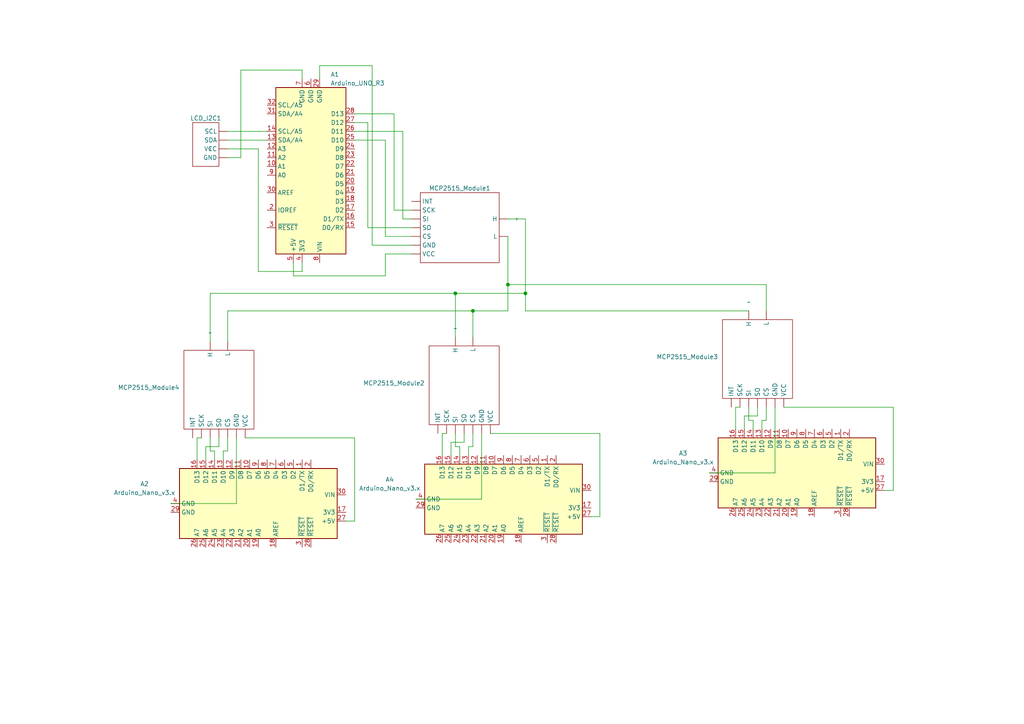
<source format=kicad_sch>
(kicad_sch (version 20230121) (generator eeschema)

  (uuid 47f460ff-5de8-4d8f-925a-72af6b9a6795)

  (paper "A4")

  (lib_symbols
    (symbol "BAJA:LCD_Screen" (in_bom yes) (on_board yes)
      (property "Reference" "LCD_I2C" (at 0 -2.54 0)
        (effects (font (size 1.27 1.27)))
      )
      (property "Value" "" (at 0 0 0)
        (effects (font (size 1.27 1.27)))
      )
      (property "Footprint" "" (at 0 0 0)
        (effects (font (size 1.27 1.27)) hide)
      )
      (property "Datasheet" "" (at 0 0 0)
        (effects (font (size 1.27 1.27)) hide)
      )
      (symbol "LCD_Screen_0_1"
        (rectangle (start -7.62 2.54) (end 5.08 -5.08)
          (stroke (width 0) (type default))
          (fill (type none))
        )
      )
      (symbol "LCD_Screen_1_1"
        (pin bidirectional line (at 2.54 5.08 270) (length 2.54)
          (name "GND" (effects (font (size 1.27 1.27))))
          (number "" (effects (font (size 1.27 1.27))))
        )
        (pin bidirectional line (at -5.08 5.08 270) (length 2.54)
          (name "SCL" (effects (font (size 1.27 1.27))))
          (number "" (effects (font (size 1.27 1.27))))
        )
        (pin bidirectional line (at -2.54 5.08 270) (length 2.54)
          (name "SDA" (effects (font (size 1.27 1.27))))
          (number "" (effects (font (size 1.27 1.27))))
        )
        (pin power_in line (at 0 5.08 270) (length 2.54)
          (name "VCC" (effects (font (size 1.27 1.27))))
          (number "" (effects (font (size 1.27 1.27))))
        )
      )
    )
    (symbol "MCP2515_Module_2" (in_bom yes) (on_board yes)
      (property "Reference" "MCP2515_Module" (at 0 -10.16 0)
        (effects (font (size 1.27 1.27)))
      )
      (property "Value" "" (at -2.54 7.62 0)
        (effects (font (size 1.27 1.27)))
      )
      (property "Footprint" "" (at -2.54 7.62 0)
        (effects (font (size 1.27 1.27)) hide)
      )
      (property "Datasheet" "" (at -2.54 7.62 0)
        (effects (font (size 1.27 1.27)) hide)
      )
      (symbol "MCP2515_Module_2_0_1"
        (rectangle (start -10.16 2.54) (end 10.16 -20.32)
          (stroke (width 0) (type default))
          (fill (type none))
        )
      )
      (symbol "MCP2515_Module_2_1_1"
        (pin bidirectional line (at 2.54 -22.86 90) (length 2.54)
          (name "CS" (effects (font (size 1.27 1.27))))
          (number "" (effects (font (size 1.27 1.27))))
        )
        (pin bidirectional line (at 5.08 -22.86 90) (length 2.54)
          (name "GND" (effects (font (size 1.27 1.27))))
          (number "" (effects (font (size 1.27 1.27))))
        )
        (pin bidirectional line (at -2.54 5.08 270) (length 2.54)
          (name "H" (effects (font (size 1.27 1.27))))
          (number "" (effects (font (size 1.27 1.27))))
        )
        (pin bidirectional line (at -7.62 -22.86 90) (length 2.54)
          (name "INT" (effects (font (size 1.27 1.27))))
          (number "" (effects (font (size 1.27 1.27))))
        )
        (pin bidirectional line (at 2.54 5.08 270) (length 2.54)
          (name "L" (effects (font (size 1.27 1.27))))
          (number "" (effects (font (size 1.27 1.27))))
        )
        (pin bidirectional line (at -5.08 -22.86 90) (length 2.54)
          (name "SCK" (effects (font (size 1.27 1.27))))
          (number "" (effects (font (size 1.27 1.27))))
        )
        (pin bidirectional line (at -2.54 -22.86 90) (length 2.54)
          (name "SI" (effects (font (size 1.27 1.27))))
          (number "" (effects (font (size 1.27 1.27))))
        )
        (pin bidirectional line (at 0 -22.86 90) (length 2.54)
          (name "SO" (effects (font (size 1.27 1.27))))
          (number "" (effects (font (size 1.27 1.27))))
        )
        (pin power_in line (at 7.62 -22.86 90) (length 2.54)
          (name "VCC" (effects (font (size 1.27 1.27))))
          (number "" (effects (font (size 1.27 1.27))))
        )
      )
    )
    (symbol "MCP2515_Module_3" (in_bom yes) (on_board yes)
      (property "Reference" "MCP2515_Module" (at 0 -10.16 0)
        (effects (font (size 1.27 1.27)))
      )
      (property "Value" "" (at -2.54 7.62 0)
        (effects (font (size 1.27 1.27)))
      )
      (property "Footprint" "" (at -2.54 7.62 0)
        (effects (font (size 1.27 1.27)) hide)
      )
      (property "Datasheet" "" (at -2.54 7.62 0)
        (effects (font (size 1.27 1.27)) hide)
      )
      (symbol "MCP2515_Module_3_0_1"
        (rectangle (start -10.16 2.54) (end 10.16 -20.32)
          (stroke (width 0) (type default))
          (fill (type none))
        )
      )
      (symbol "MCP2515_Module_3_1_1"
        (pin bidirectional line (at 2.54 -22.86 90) (length 2.54)
          (name "CS" (effects (font (size 1.27 1.27))))
          (number "" (effects (font (size 1.27 1.27))))
        )
        (pin bidirectional line (at 5.08 -22.86 90) (length 2.54)
          (name "GND" (effects (font (size 1.27 1.27))))
          (number "" (effects (font (size 1.27 1.27))))
        )
        (pin bidirectional line (at -2.54 5.08 270) (length 2.54)
          (name "H" (effects (font (size 1.27 1.27))))
          (number "" (effects (font (size 1.27 1.27))))
        )
        (pin bidirectional line (at -7.62 -22.86 90) (length 2.54)
          (name "INT" (effects (font (size 1.27 1.27))))
          (number "" (effects (font (size 1.27 1.27))))
        )
        (pin bidirectional line (at 2.54 5.08 270) (length 2.54)
          (name "L" (effects (font (size 1.27 1.27))))
          (number "" (effects (font (size 1.27 1.27))))
        )
        (pin bidirectional line (at -5.08 -22.86 90) (length 2.54)
          (name "SCK" (effects (font (size 1.27 1.27))))
          (number "" (effects (font (size 1.27 1.27))))
        )
        (pin bidirectional line (at -2.54 -22.86 90) (length 2.54)
          (name "SI" (effects (font (size 1.27 1.27))))
          (number "" (effects (font (size 1.27 1.27))))
        )
        (pin bidirectional line (at 0 -22.86 90) (length 2.54)
          (name "SO" (effects (font (size 1.27 1.27))))
          (number "" (effects (font (size 1.27 1.27))))
        )
        (pin power_in line (at 7.62 -22.86 90) (length 2.54)
          (name "VCC" (effects (font (size 1.27 1.27))))
          (number "" (effects (font (size 1.27 1.27))))
        )
      )
    )
    (symbol "MCU_Module:Arduino_Nano_v3.x" (in_bom yes) (on_board yes)
      (property "Reference" "A" (at -10.16 23.495 0)
        (effects (font (size 1.27 1.27)) (justify left bottom))
      )
      (property "Value" "Arduino_Nano_v3.x" (at 5.08 -24.13 0)
        (effects (font (size 1.27 1.27)) (justify left top))
      )
      (property "Footprint" "Module:Arduino_Nano" (at 0 0 0)
        (effects (font (size 1.27 1.27) italic) hide)
      )
      (property "Datasheet" "http://www.mouser.com/pdfdocs/Gravitech_Arduino_Nano3_0.pdf" (at 0 0 0)
        (effects (font (size 1.27 1.27)) hide)
      )
      (property "ki_keywords" "Arduino nano microcontroller module USB" (at 0 0 0)
        (effects (font (size 1.27 1.27)) hide)
      )
      (property "ki_description" "Arduino Nano v3.x" (at 0 0 0)
        (effects (font (size 1.27 1.27)) hide)
      )
      (property "ki_fp_filters" "Arduino*Nano*" (at 0 0 0)
        (effects (font (size 1.27 1.27)) hide)
      )
      (symbol "Arduino_Nano_v3.x_0_1"
        (rectangle (start -10.16 22.86) (end 10.16 -22.86)
          (stroke (width 0.254) (type default))
          (fill (type background))
        )
      )
      (symbol "Arduino_Nano_v3.x_1_1"
        (pin bidirectional line (at -12.7 12.7 0) (length 2.54)
          (name "D1/TX" (effects (font (size 1.27 1.27))))
          (number "1" (effects (font (size 1.27 1.27))))
        )
        (pin bidirectional line (at -12.7 -2.54 0) (length 2.54)
          (name "D7" (effects (font (size 1.27 1.27))))
          (number "10" (effects (font (size 1.27 1.27))))
        )
        (pin bidirectional line (at -12.7 -5.08 0) (length 2.54)
          (name "D8" (effects (font (size 1.27 1.27))))
          (number "11" (effects (font (size 1.27 1.27))))
        )
        (pin bidirectional line (at -12.7 -7.62 0) (length 2.54)
          (name "D9" (effects (font (size 1.27 1.27))))
          (number "12" (effects (font (size 1.27 1.27))))
        )
        (pin bidirectional line (at -12.7 -10.16 0) (length 2.54)
          (name "D10" (effects (font (size 1.27 1.27))))
          (number "13" (effects (font (size 1.27 1.27))))
        )
        (pin bidirectional line (at -12.7 -12.7 0) (length 2.54)
          (name "D11" (effects (font (size 1.27 1.27))))
          (number "14" (effects (font (size 1.27 1.27))))
        )
        (pin bidirectional line (at -12.7 -15.24 0) (length 2.54)
          (name "D12" (effects (font (size 1.27 1.27))))
          (number "15" (effects (font (size 1.27 1.27))))
        )
        (pin bidirectional line (at -12.7 -17.78 0) (length 2.54)
          (name "D13" (effects (font (size 1.27 1.27))))
          (number "16" (effects (font (size 1.27 1.27))))
        )
        (pin power_out line (at 2.54 25.4 270) (length 2.54)
          (name "3V3" (effects (font (size 1.27 1.27))))
          (number "17" (effects (font (size 1.27 1.27))))
        )
        (pin input line (at 12.7 5.08 180) (length 2.54)
          (name "AREF" (effects (font (size 1.27 1.27))))
          (number "18" (effects (font (size 1.27 1.27))))
        )
        (pin bidirectional line (at 12.7 0 180) (length 2.54)
          (name "A0" (effects (font (size 1.27 1.27))))
          (number "19" (effects (font (size 1.27 1.27))))
        )
        (pin bidirectional line (at -12.7 15.24 0) (length 2.54)
          (name "D0/RX" (effects (font (size 1.27 1.27))))
          (number "2" (effects (font (size 1.27 1.27))))
        )
        (pin bidirectional line (at 12.7 -2.54 180) (length 2.54)
          (name "A1" (effects (font (size 1.27 1.27))))
          (number "20" (effects (font (size 1.27 1.27))))
        )
        (pin bidirectional line (at 12.7 -5.08 180) (length 2.54)
          (name "A2" (effects (font (size 1.27 1.27))))
          (number "21" (effects (font (size 1.27 1.27))))
        )
        (pin bidirectional line (at 12.7 -7.62 180) (length 2.54)
          (name "A3" (effects (font (size 1.27 1.27))))
          (number "22" (effects (font (size 1.27 1.27))))
        )
        (pin bidirectional line (at 12.7 -10.16 180) (length 2.54)
          (name "A4" (effects (font (size 1.27 1.27))))
          (number "23" (effects (font (size 1.27 1.27))))
        )
        (pin bidirectional line (at 12.7 -12.7 180) (length 2.54)
          (name "A5" (effects (font (size 1.27 1.27))))
          (number "24" (effects (font (size 1.27 1.27))))
        )
        (pin bidirectional line (at 12.7 -15.24 180) (length 2.54)
          (name "A6" (effects (font (size 1.27 1.27))))
          (number "25" (effects (font (size 1.27 1.27))))
        )
        (pin bidirectional line (at 12.7 -17.78 180) (length 2.54)
          (name "A7" (effects (font (size 1.27 1.27))))
          (number "26" (effects (font (size 1.27 1.27))))
        )
        (pin power_out line (at 5.08 25.4 270) (length 2.54)
          (name "+5V" (effects (font (size 1.27 1.27))))
          (number "27" (effects (font (size 1.27 1.27))))
        )
        (pin input line (at 12.7 15.24 180) (length 2.54)
          (name "~{RESET}" (effects (font (size 1.27 1.27))))
          (number "28" (effects (font (size 1.27 1.27))))
        )
        (pin power_in line (at 2.54 -25.4 90) (length 2.54)
          (name "GND" (effects (font (size 1.27 1.27))))
          (number "29" (effects (font (size 1.27 1.27))))
        )
        (pin input line (at 12.7 12.7 180) (length 2.54)
          (name "~{RESET}" (effects (font (size 1.27 1.27))))
          (number "3" (effects (font (size 1.27 1.27))))
        )
        (pin power_in line (at -2.54 25.4 270) (length 2.54)
          (name "VIN" (effects (font (size 1.27 1.27))))
          (number "30" (effects (font (size 1.27 1.27))))
        )
        (pin power_in line (at 0 -25.4 90) (length 2.54)
          (name "GND" (effects (font (size 1.27 1.27))))
          (number "4" (effects (font (size 1.27 1.27))))
        )
        (pin bidirectional line (at -12.7 10.16 0) (length 2.54)
          (name "D2" (effects (font (size 1.27 1.27))))
          (number "5" (effects (font (size 1.27 1.27))))
        )
        (pin bidirectional line (at -12.7 7.62 0) (length 2.54)
          (name "D3" (effects (font (size 1.27 1.27))))
          (number "6" (effects (font (size 1.27 1.27))))
        )
        (pin bidirectional line (at -12.7 5.08 0) (length 2.54)
          (name "D4" (effects (font (size 1.27 1.27))))
          (number "7" (effects (font (size 1.27 1.27))))
        )
        (pin bidirectional line (at -12.7 2.54 0) (length 2.54)
          (name "D5" (effects (font (size 1.27 1.27))))
          (number "8" (effects (font (size 1.27 1.27))))
        )
        (pin bidirectional line (at -12.7 0 0) (length 2.54)
          (name "D6" (effects (font (size 1.27 1.27))))
          (number "9" (effects (font (size 1.27 1.27))))
        )
      )
    )
    (symbol "MCU_Module:Arduino_UNO_R3" (in_bom yes) (on_board yes)
      (property "Reference" "A" (at -10.16 23.495 0)
        (effects (font (size 1.27 1.27)) (justify left bottom))
      )
      (property "Value" "Arduino_UNO_R3" (at 5.08 -26.67 0)
        (effects (font (size 1.27 1.27)) (justify left top))
      )
      (property "Footprint" "Module:Arduino_UNO_R3" (at 0 0 0)
        (effects (font (size 1.27 1.27) italic) hide)
      )
      (property "Datasheet" "https://www.arduino.cc/en/Main/arduinoBoardUno" (at 0 0 0)
        (effects (font (size 1.27 1.27)) hide)
      )
      (property "ki_keywords" "Arduino UNO R3 Microcontroller Module Atmel AVR USB" (at 0 0 0)
        (effects (font (size 1.27 1.27)) hide)
      )
      (property "ki_description" "Arduino UNO Microcontroller Module, release 3" (at 0 0 0)
        (effects (font (size 1.27 1.27)) hide)
      )
      (property "ki_fp_filters" "Arduino*UNO*R3*" (at 0 0 0)
        (effects (font (size 1.27 1.27)) hide)
      )
      (symbol "Arduino_UNO_R3_0_1"
        (rectangle (start -10.16 22.86) (end 10.16 -25.4)
          (stroke (width 0.254) (type default))
          (fill (type background))
        )
      )
      (symbol "Arduino_UNO_R3_1_1"
        (pin no_connect line (at -10.16 -20.32 0) (length 2.54) hide
          (name "NC" (effects (font (size 1.27 1.27))))
          (number "1" (effects (font (size 1.27 1.27))))
        )
        (pin bidirectional line (at 12.7 -2.54 180) (length 2.54)
          (name "A1" (effects (font (size 1.27 1.27))))
          (number "10" (effects (font (size 1.27 1.27))))
        )
        (pin bidirectional line (at 12.7 -5.08 180) (length 2.54)
          (name "A2" (effects (font (size 1.27 1.27))))
          (number "11" (effects (font (size 1.27 1.27))))
        )
        (pin bidirectional line (at 12.7 -7.62 180) (length 2.54)
          (name "A3" (effects (font (size 1.27 1.27))))
          (number "12" (effects (font (size 1.27 1.27))))
        )
        (pin bidirectional line (at 12.7 -10.16 180) (length 2.54)
          (name "SDA/A4" (effects (font (size 1.27 1.27))))
          (number "13" (effects (font (size 1.27 1.27))))
        )
        (pin bidirectional line (at 12.7 -12.7 180) (length 2.54)
          (name "SCL/A5" (effects (font (size 1.27 1.27))))
          (number "14" (effects (font (size 1.27 1.27))))
        )
        (pin bidirectional line (at -12.7 15.24 0) (length 2.54)
          (name "D0/RX" (effects (font (size 1.27 1.27))))
          (number "15" (effects (font (size 1.27 1.27))))
        )
        (pin bidirectional line (at -12.7 12.7 0) (length 2.54)
          (name "D1/TX" (effects (font (size 1.27 1.27))))
          (number "16" (effects (font (size 1.27 1.27))))
        )
        (pin bidirectional line (at -12.7 10.16 0) (length 2.54)
          (name "D2" (effects (font (size 1.27 1.27))))
          (number "17" (effects (font (size 1.27 1.27))))
        )
        (pin bidirectional line (at -12.7 7.62 0) (length 2.54)
          (name "D3" (effects (font (size 1.27 1.27))))
          (number "18" (effects (font (size 1.27 1.27))))
        )
        (pin bidirectional line (at -12.7 5.08 0) (length 2.54)
          (name "D4" (effects (font (size 1.27 1.27))))
          (number "19" (effects (font (size 1.27 1.27))))
        )
        (pin output line (at 12.7 10.16 180) (length 2.54)
          (name "IOREF" (effects (font (size 1.27 1.27))))
          (number "2" (effects (font (size 1.27 1.27))))
        )
        (pin bidirectional line (at -12.7 2.54 0) (length 2.54)
          (name "D5" (effects (font (size 1.27 1.27))))
          (number "20" (effects (font (size 1.27 1.27))))
        )
        (pin bidirectional line (at -12.7 0 0) (length 2.54)
          (name "D6" (effects (font (size 1.27 1.27))))
          (number "21" (effects (font (size 1.27 1.27))))
        )
        (pin bidirectional line (at -12.7 -2.54 0) (length 2.54)
          (name "D7" (effects (font (size 1.27 1.27))))
          (number "22" (effects (font (size 1.27 1.27))))
        )
        (pin bidirectional line (at -12.7 -5.08 0) (length 2.54)
          (name "D8" (effects (font (size 1.27 1.27))))
          (number "23" (effects (font (size 1.27 1.27))))
        )
        (pin bidirectional line (at -12.7 -7.62 0) (length 2.54)
          (name "D9" (effects (font (size 1.27 1.27))))
          (number "24" (effects (font (size 1.27 1.27))))
        )
        (pin bidirectional line (at -12.7 -10.16 0) (length 2.54)
          (name "D10" (effects (font (size 1.27 1.27))))
          (number "25" (effects (font (size 1.27 1.27))))
        )
        (pin bidirectional line (at -12.7 -12.7 0) (length 2.54)
          (name "D11" (effects (font (size 1.27 1.27))))
          (number "26" (effects (font (size 1.27 1.27))))
        )
        (pin bidirectional line (at -12.7 -15.24 0) (length 2.54)
          (name "D12" (effects (font (size 1.27 1.27))))
          (number "27" (effects (font (size 1.27 1.27))))
        )
        (pin bidirectional line (at -12.7 -17.78 0) (length 2.54)
          (name "D13" (effects (font (size 1.27 1.27))))
          (number "28" (effects (font (size 1.27 1.27))))
        )
        (pin power_in line (at -2.54 -27.94 90) (length 2.54)
          (name "GND" (effects (font (size 1.27 1.27))))
          (number "29" (effects (font (size 1.27 1.27))))
        )
        (pin input line (at 12.7 15.24 180) (length 2.54)
          (name "~{RESET}" (effects (font (size 1.27 1.27))))
          (number "3" (effects (font (size 1.27 1.27))))
        )
        (pin input line (at 12.7 5.08 180) (length 2.54)
          (name "AREF" (effects (font (size 1.27 1.27))))
          (number "30" (effects (font (size 1.27 1.27))))
        )
        (pin bidirectional line (at 12.7 -17.78 180) (length 2.54)
          (name "SDA/A4" (effects (font (size 1.27 1.27))))
          (number "31" (effects (font (size 1.27 1.27))))
        )
        (pin bidirectional line (at 12.7 -20.32 180) (length 2.54)
          (name "SCL/A5" (effects (font (size 1.27 1.27))))
          (number "32" (effects (font (size 1.27 1.27))))
        )
        (pin power_out line (at 2.54 25.4 270) (length 2.54)
          (name "3V3" (effects (font (size 1.27 1.27))))
          (number "4" (effects (font (size 1.27 1.27))))
        )
        (pin power_out line (at 5.08 25.4 270) (length 2.54)
          (name "+5V" (effects (font (size 1.27 1.27))))
          (number "5" (effects (font (size 1.27 1.27))))
        )
        (pin power_in line (at 0 -27.94 90) (length 2.54)
          (name "GND" (effects (font (size 1.27 1.27))))
          (number "6" (effects (font (size 1.27 1.27))))
        )
        (pin power_in line (at 2.54 -27.94 90) (length 2.54)
          (name "GND" (effects (font (size 1.27 1.27))))
          (number "7" (effects (font (size 1.27 1.27))))
        )
        (pin power_in line (at -2.54 25.4 270) (length 2.54)
          (name "VIN" (effects (font (size 1.27 1.27))))
          (number "8" (effects (font (size 1.27 1.27))))
        )
        (pin bidirectional line (at 12.7 0 180) (length 2.54)
          (name "A0" (effects (font (size 1.27 1.27))))
          (number "9" (effects (font (size 1.27 1.27))))
        )
      )
    )
  )

  (junction (at 147.32 82.55) (diameter 0) (color 0 0 0 0)
    (uuid 19727c92-3a23-4a9f-88a8-28d07e888f75)
  )
  (junction (at 132.08 85.09) (diameter 0) (color 0 0 0 0)
    (uuid 9e3d759b-54d7-452f-9ce8-9a5d4ed3f56b)
  )
  (junction (at 137.16 90.17) (diameter 0) (color 0 0 0 0)
    (uuid bd1bb10a-d3c8-47b8-b738-e21039b404fb)
  )
  (junction (at 152.4 85.09) (diameter 0) (color 0 0 0 0)
    (uuid ee2401bd-84fb-4263-8811-3ef540196779)
  )

  (wire (pts (xy 102.87 127) (xy 71.12 127))
    (stroke (width 0) (type default))
    (uuid 00497825-3b51-47b6-ab61-3b450ee3a807)
  )
  (wire (pts (xy 59.69 129.54) (xy 63.5 129.54))
    (stroke (width 0) (type default))
    (uuid 00b3a626-c1b5-4cd5-929a-bf5db5405cab)
  )
  (wire (pts (xy 100.33 151.13) (xy 102.87 151.13))
    (stroke (width 0) (type default))
    (uuid 00d2710d-0552-467c-b8e7-db1a84ee9501)
  )
  (wire (pts (xy 114.3 33.02) (xy 102.87 33.02))
    (stroke (width 0) (type default))
    (uuid 016bccf1-b6ee-4f47-afed-fd4491c92cc5)
  )
  (wire (pts (xy 224.79 118.11) (xy 224.79 137.16))
    (stroke (width 0) (type default))
    (uuid 02f98835-6cee-4aca-b5e9-7ba04141de3b)
  )
  (wire (pts (xy 213.36 124.46) (xy 213.36 118.11))
    (stroke (width 0) (type default))
    (uuid 04224711-6d5b-44bc-8407-6739051d21ac)
  )
  (wire (pts (xy 152.4 85.09) (xy 152.4 63.5))
    (stroke (width 0) (type default))
    (uuid 06821049-739a-452f-aadf-8611f9e8abd4)
  )
  (wire (pts (xy 128.27 132.08) (xy 128.27 125.73))
    (stroke (width 0) (type default))
    (uuid 068b8485-bdef-4a94-963b-368501bd76b7)
  )
  (wire (pts (xy 147.32 82.55) (xy 222.25 82.55))
    (stroke (width 0) (type default))
    (uuid 06f0f77f-4e86-464b-96dd-8dae07007134)
  )
  (wire (pts (xy 152.4 90.17) (xy 152.4 85.09))
    (stroke (width 0) (type default))
    (uuid 0a140ff6-a7de-4e3a-95da-6efd046092d3)
  )
  (wire (pts (xy 69.85 20.32) (xy 87.63 20.32))
    (stroke (width 0) (type default))
    (uuid 0ab11213-1571-4be7-8eb5-ff5008a2d5e5)
  )
  (wire (pts (xy 135.89 129.54) (xy 137.16 129.54))
    (stroke (width 0) (type default))
    (uuid 10315990-34cd-4be0-a8d7-a8bd359511f6)
  )
  (wire (pts (xy 66.04 130.81) (xy 66.04 127))
    (stroke (width 0) (type default))
    (uuid 1317d0ac-f161-434e-8d6b-19a68b85db16)
  )
  (wire (pts (xy 102.87 151.13) (xy 102.87 127))
    (stroke (width 0) (type default))
    (uuid 147cf101-ee1b-494d-b513-6557a2ef6610)
  )
  (wire (pts (xy 102.87 40.64) (xy 111.76 40.64))
    (stroke (width 0) (type default))
    (uuid 14ce9960-2c9b-4240-99b7-806a3a15b0fb)
  )
  (wire (pts (xy 66.04 90.17) (xy 66.04 99.06))
    (stroke (width 0) (type default))
    (uuid 1d55b842-afb8-47cc-a464-5f297f85880f)
  )
  (wire (pts (xy 111.76 73.66) (xy 111.76 80.01))
    (stroke (width 0) (type default))
    (uuid 20d5fb52-3b64-4d8d-8d7a-e6ea1e58d635)
  )
  (wire (pts (xy 218.44 124.46) (xy 218.44 121.92))
    (stroke (width 0) (type default))
    (uuid 21111821-df83-4c65-a7f4-42dcb4cedf2f)
  )
  (wire (pts (xy 137.16 90.17) (xy 147.32 90.17))
    (stroke (width 0) (type default))
    (uuid 23296266-8c8c-4261-9e6f-cb12d536e767)
  )
  (wire (pts (xy 218.44 121.92) (xy 217.17 121.92))
    (stroke (width 0) (type default))
    (uuid 2454a7f4-dc32-44f3-b5c1-0f969a7db0d6)
  )
  (wire (pts (xy 133.35 132.08) (xy 133.35 129.54))
    (stroke (width 0) (type default))
    (uuid 2d0e41fd-d111-40f0-9fd5-e39bfba0c832)
  )
  (wire (pts (xy 222.25 121.92) (xy 222.25 118.11))
    (stroke (width 0) (type default))
    (uuid 2fb0159e-e910-4476-b781-ad17d492617e)
  )
  (wire (pts (xy 68.58 146.05) (xy 49.53 146.05))
    (stroke (width 0) (type default))
    (uuid 300eca85-2a18-456d-a0ca-b9bb4e310618)
  )
  (wire (pts (xy 119.38 66.04) (xy 106.68 66.04))
    (stroke (width 0) (type default))
    (uuid 30d93bbd-c69f-4989-8b09-83a9b46018ee)
  )
  (wire (pts (xy 62.23 130.81) (xy 60.96 130.81))
    (stroke (width 0) (type default))
    (uuid 34eefb99-b9da-45ba-a7fe-481801954238)
  )
  (wire (pts (xy 147.32 68.58) (xy 147.32 82.55))
    (stroke (width 0) (type default))
    (uuid 378fd758-1c12-4b84-8de2-3566fc90eefb)
  )
  (wire (pts (xy 107.95 71.12) (xy 107.95 19.05))
    (stroke (width 0) (type default))
    (uuid 3e57de41-b0cf-464d-a3be-76b181beda21)
  )
  (wire (pts (xy 147.32 90.17) (xy 147.32 82.55))
    (stroke (width 0) (type default))
    (uuid 3f848c08-4b18-42cc-83d1-771c77fe1922)
  )
  (wire (pts (xy 259.08 118.11) (xy 227.33 118.11))
    (stroke (width 0) (type default))
    (uuid 3fa5f5bd-71c4-4651-9ee7-1dacaa2dfe42)
  )
  (wire (pts (xy 217.17 121.92) (xy 217.17 118.11))
    (stroke (width 0) (type default))
    (uuid 411651ca-3893-4c8e-8be9-1a891960501b)
  )
  (wire (pts (xy 224.79 137.16) (xy 205.74 137.16))
    (stroke (width 0) (type default))
    (uuid 4237e93a-7b56-4b85-bbbe-2dc044cab7d6)
  )
  (wire (pts (xy 132.08 85.09) (xy 152.4 85.09))
    (stroke (width 0) (type default))
    (uuid 4343bee0-b862-41ce-b9f0-6a2b3db187fb)
  )
  (wire (pts (xy 66.04 40.64) (xy 77.47 40.64))
    (stroke (width 0) (type default))
    (uuid 49669f81-cc4f-4eca-b8f6-d64fb52625bc)
  )
  (wire (pts (xy 137.16 97.79) (xy 137.16 90.17))
    (stroke (width 0) (type default))
    (uuid 4cda2966-0634-4829-9fe3-789cce95624b)
  )
  (wire (pts (xy 64.77 133.35) (xy 64.77 130.81))
    (stroke (width 0) (type default))
    (uuid 5306b1cb-22e4-4656-88cc-08a6081a2d7d)
  )
  (wire (pts (xy 60.96 85.09) (xy 132.08 85.09))
    (stroke (width 0) (type default))
    (uuid 54329d73-8a5f-40d3-b87d-6b2ef65c5903)
  )
  (wire (pts (xy 74.93 78.74) (xy 87.63 78.74))
    (stroke (width 0) (type default))
    (uuid 552c5a63-374e-41ad-9e28-82a2251d9139)
  )
  (wire (pts (xy 60.96 99.06) (xy 60.96 85.09))
    (stroke (width 0) (type default))
    (uuid 59880b6c-c1e8-4f08-bd55-2a40cdb289c3)
  )
  (wire (pts (xy 87.63 20.32) (xy 87.63 22.86))
    (stroke (width 0) (type default))
    (uuid 5a90062b-1309-4b75-9490-2a909584a111)
  )
  (wire (pts (xy 106.68 66.04) (xy 106.68 35.56))
    (stroke (width 0) (type default))
    (uuid 5f1c0b3c-bfd3-4161-9509-7e33e8b2ebaf)
  )
  (wire (pts (xy 92.71 19.05) (xy 92.71 22.86))
    (stroke (width 0) (type default))
    (uuid 5f798724-60b8-4eee-b6d5-c68568f5a673)
  )
  (wire (pts (xy 119.38 60.96) (xy 114.3 60.96))
    (stroke (width 0) (type default))
    (uuid 5fcf1534-c5cd-4acf-8ea2-f38e679f1622)
  )
  (wire (pts (xy 69.85 45.72) (xy 69.85 20.32))
    (stroke (width 0) (type default))
    (uuid 613a9769-4e90-412f-822b-1e4719481e11)
  )
  (wire (pts (xy 64.77 130.81) (xy 66.04 130.81))
    (stroke (width 0) (type default))
    (uuid 623d6241-c144-4638-ba66-be570e6e84ae)
  )
  (wire (pts (xy 87.63 78.74) (xy 87.63 76.2))
    (stroke (width 0) (type default))
    (uuid 62e507d6-e599-4e0c-8ed4-785e9ff56031)
  )
  (wire (pts (xy 111.76 80.01) (xy 85.09 80.01))
    (stroke (width 0) (type default))
    (uuid 63db7945-cf94-4df1-adfc-12a6de135726)
  )
  (wire (pts (xy 116.84 38.1) (xy 116.84 63.5))
    (stroke (width 0) (type default))
    (uuid 6c171401-ea26-4705-a9b0-24c57bd46741)
  )
  (wire (pts (xy 128.27 125.73) (xy 129.54 125.73))
    (stroke (width 0) (type default))
    (uuid 7190b7e4-24a7-4e58-98b6-122c4ab5d59d)
  )
  (wire (pts (xy 102.87 38.1) (xy 116.84 38.1))
    (stroke (width 0) (type default))
    (uuid 72af51f5-3ae4-4073-9833-b571931a62e3)
  )
  (wire (pts (xy 63.5 129.54) (xy 63.5 127))
    (stroke (width 0) (type default))
    (uuid 788aaadf-6eda-43ab-8c4e-c0705231ec68)
  )
  (wire (pts (xy 173.99 125.73) (xy 142.24 125.73))
    (stroke (width 0) (type default))
    (uuid 7c350cde-6301-42a8-9d0e-158160044862)
  )
  (wire (pts (xy 220.98 124.46) (xy 220.98 121.92))
    (stroke (width 0) (type default))
    (uuid 7d053d0d-550b-4a1d-aa66-edbed60eec26)
  )
  (wire (pts (xy 107.95 19.05) (xy 92.71 19.05))
    (stroke (width 0) (type default))
    (uuid 7e43c14b-e754-4882-a07d-320d1ab2bd4e)
  )
  (wire (pts (xy 60.96 130.81) (xy 60.96 127))
    (stroke (width 0) (type default))
    (uuid 7e8df847-a8b5-4246-adfa-2a00d016608a)
  )
  (wire (pts (xy 106.68 35.56) (xy 102.87 35.56))
    (stroke (width 0) (type default))
    (uuid 7fc6495d-5411-465e-ac29-eab77b275657)
  )
  (wire (pts (xy 133.35 129.54) (xy 132.08 129.54))
    (stroke (width 0) (type default))
    (uuid 840fec28-d1db-4435-878c-ce611febe38d)
  )
  (wire (pts (xy 62.23 133.35) (xy 62.23 130.81))
    (stroke (width 0) (type default))
    (uuid 84448e03-b558-4c59-84b2-f8995e42a393)
  )
  (wire (pts (xy 139.7 144.78) (xy 120.65 144.78))
    (stroke (width 0) (type default))
    (uuid 8c79802c-fb32-4a4d-8e90-25f93bdd1dba)
  )
  (wire (pts (xy 137.16 90.17) (xy 66.04 90.17))
    (stroke (width 0) (type default))
    (uuid 8db0e592-1db3-4527-b9ed-35de80b906e8)
  )
  (wire (pts (xy 132.08 97.79) (xy 132.08 85.09))
    (stroke (width 0) (type default))
    (uuid 8f4e4e61-95a1-4b42-a684-e18810b299dd)
  )
  (wire (pts (xy 66.04 43.18) (xy 74.93 43.18))
    (stroke (width 0) (type default))
    (uuid 96c93c5b-5583-4e27-b003-3173d6f3667b)
  )
  (wire (pts (xy 132.08 129.54) (xy 132.08 125.73))
    (stroke (width 0) (type default))
    (uuid 9abe9112-9a4a-469b-8cc4-26a61ade0ffc)
  )
  (wire (pts (xy 215.9 120.65) (xy 219.71 120.65))
    (stroke (width 0) (type default))
    (uuid 9cb72ca1-a510-46bf-bc75-83b8bc96cb5b)
  )
  (wire (pts (xy 130.81 132.08) (xy 130.81 128.27))
    (stroke (width 0) (type default))
    (uuid 9e4f493e-dbe6-441a-a753-b7cb7f8caa83)
  )
  (wire (pts (xy 119.38 73.66) (xy 111.76 73.66))
    (stroke (width 0) (type default))
    (uuid 9eb49f6c-ec78-4601-afba-16b1e6da9cbb)
  )
  (wire (pts (xy 68.58 127) (xy 68.58 146.05))
    (stroke (width 0) (type default))
    (uuid 9f2d3704-bff0-4b46-ad38-86fb7c7ba27e)
  )
  (wire (pts (xy 139.7 125.73) (xy 139.7 144.78))
    (stroke (width 0) (type default))
    (uuid 9fa3f6b9-618d-496a-8ff9-ea2fbc10496c)
  )
  (wire (pts (xy 135.89 132.08) (xy 135.89 129.54))
    (stroke (width 0) (type default))
    (uuid a7bb3486-f2f7-4704-a720-8b10a2ce8e2d)
  )
  (wire (pts (xy 66.04 45.72) (xy 69.85 45.72))
    (stroke (width 0) (type default))
    (uuid a92134e3-f35f-44c3-bab5-eb12e217993c)
  )
  (wire (pts (xy 111.76 68.58) (xy 119.38 68.58))
    (stroke (width 0) (type default))
    (uuid ad857d78-8f89-4e8e-b1b7-5c73791a62b7)
  )
  (wire (pts (xy 59.69 133.35) (xy 59.69 129.54))
    (stroke (width 0) (type default))
    (uuid b371c86a-e68a-47ce-b1fb-9dff9dd2e3fe)
  )
  (wire (pts (xy 66.04 38.1) (xy 77.47 38.1))
    (stroke (width 0) (type default))
    (uuid b3d97c51-d234-471d-a234-4e82f7d7d344)
  )
  (wire (pts (xy 74.93 43.18) (xy 74.93 78.74))
    (stroke (width 0) (type default))
    (uuid bf9b0121-3cfa-43d4-8874-8e0ab6b9a1b2)
  )
  (wire (pts (xy 85.09 80.01) (xy 85.09 76.2))
    (stroke (width 0) (type default))
    (uuid c58c71bc-947f-4595-961a-29f16161cbad)
  )
  (wire (pts (xy 130.81 128.27) (xy 134.62 128.27))
    (stroke (width 0) (type default))
    (uuid c9b9c285-03cc-4596-9dd3-604ea6195041)
  )
  (wire (pts (xy 220.98 121.92) (xy 222.25 121.92))
    (stroke (width 0) (type default))
    (uuid ccdf68ac-cbfb-44ef-8a4e-b0da081b7c01)
  )
  (wire (pts (xy 114.3 60.96) (xy 114.3 33.02))
    (stroke (width 0) (type default))
    (uuid d0739632-4860-4834-a25d-dc5ecf6417a5)
  )
  (wire (pts (xy 217.17 90.17) (xy 152.4 90.17))
    (stroke (width 0) (type default))
    (uuid d632365e-618c-46c3-b569-444d7aea1863)
  )
  (wire (pts (xy 256.54 142.24) (xy 259.08 142.24))
    (stroke (width 0) (type default))
    (uuid de88fccd-b93b-4387-993d-7b5eb1f3245c)
  )
  (wire (pts (xy 173.99 149.86) (xy 173.99 125.73))
    (stroke (width 0) (type default))
    (uuid e00ffee9-8c6b-4e7f-aa51-14bda18456c8)
  )
  (wire (pts (xy 171.45 149.86) (xy 173.99 149.86))
    (stroke (width 0) (type default))
    (uuid e055814f-0048-4076-918c-67256aeb9f52)
  )
  (wire (pts (xy 57.15 127) (xy 58.42 127))
    (stroke (width 0) (type default))
    (uuid e0f86bba-65b9-48d3-ae20-de7f32a8c569)
  )
  (wire (pts (xy 222.25 90.17) (xy 222.25 82.55))
    (stroke (width 0) (type default))
    (uuid e5073c8c-15fc-4187-b60d-acb02ba93f31)
  )
  (wire (pts (xy 111.76 40.64) (xy 111.76 68.58))
    (stroke (width 0) (type default))
    (uuid e7770b2e-3fec-4875-b329-b5d1c387632f)
  )
  (wire (pts (xy 134.62 128.27) (xy 134.62 125.73))
    (stroke (width 0) (type default))
    (uuid f05775dd-99df-416e-a4b6-74d66f20871a)
  )
  (wire (pts (xy 215.9 124.46) (xy 215.9 120.65))
    (stroke (width 0) (type default))
    (uuid f525ad91-ed4e-414a-b450-5b0b79872df3)
  )
  (wire (pts (xy 137.16 129.54) (xy 137.16 125.73))
    (stroke (width 0) (type default))
    (uuid f5af4006-ebd8-442d-a0d6-8aad22b50db6)
  )
  (wire (pts (xy 213.36 118.11) (xy 214.63 118.11))
    (stroke (width 0) (type default))
    (uuid f9b69a09-6754-4bc1-91ce-cbe2258a9a8d)
  )
  (wire (pts (xy 259.08 142.24) (xy 259.08 118.11))
    (stroke (width 0) (type default))
    (uuid facb1fa7-62a0-4194-bdc3-6adc27b8b2f0)
  )
  (wire (pts (xy 119.38 71.12) (xy 107.95 71.12))
    (stroke (width 0) (type default))
    (uuid fc027fef-9587-45e6-9314-2103a0d6c6c4)
  )
  (wire (pts (xy 57.15 133.35) (xy 57.15 127))
    (stroke (width 0) (type default))
    (uuid fc7b46a6-6f2e-494f-bcd0-1ad05d2ad344)
  )
  (wire (pts (xy 116.84 63.5) (xy 119.38 63.5))
    (stroke (width 0) (type default))
    (uuid fe9fbc08-14a7-43f0-ada4-65328d5c5dd0)
  )
  (wire (pts (xy 219.71 120.65) (xy 219.71 118.11))
    (stroke (width 0) (type default))
    (uuid fff1ddc3-704b-402a-9184-0b56c7a39a01)
  )
  (wire (pts (xy 152.4 63.5) (xy 147.32 63.5))
    (stroke (width 0) (type default))
    (uuid fffbb82a-b2ed-40b7-acba-169335524038)
  )

  (symbol (lib_name "MCP2515_Module_3") (lib_id "BAJA:MCP2515_Module") (at 134.62 102.87 0) (unit 1)
    (in_bom yes) (on_board yes) (dnp no) (fields_autoplaced)
    (uuid 0159be13-497d-4d20-84b9-9839b4dc356d)
    (property "Reference" "MCP2515_Module2" (at 123.19 111.125 0)
      (effects (font (size 1.27 1.27)) (justify right))
    )
    (property "Value" "~" (at 132.08 95.25 0)
      (effects (font (size 1.27 1.27)))
    )
    (property "Footprint" "" (at 132.08 95.25 0)
      (effects (font (size 1.27 1.27)) hide)
    )
    (property "Datasheet" "" (at 132.08 95.25 0)
      (effects (font (size 1.27 1.27)) hide)
    )
    (pin "" (uuid 63e43b1d-f14d-4f0a-9315-a2c76b98ccc1))
    (pin "" (uuid 63e43b1d-f14d-4f0a-9315-a2c76b98ccc1))
    (pin "" (uuid 63e43b1d-f14d-4f0a-9315-a2c76b98ccc1))
    (pin "" (uuid 63e43b1d-f14d-4f0a-9315-a2c76b98ccc1))
    (pin "" (uuid 63e43b1d-f14d-4f0a-9315-a2c76b98ccc1))
    (pin "" (uuid 63e43b1d-f14d-4f0a-9315-a2c76b98ccc1))
    (pin "" (uuid 63e43b1d-f14d-4f0a-9315-a2c76b98ccc1))
    (pin "" (uuid 63e43b1d-f14d-4f0a-9315-a2c76b98ccc1))
    (pin "" (uuid 63e43b1d-f14d-4f0a-9315-a2c76b98ccc1))
    (instances
      (project "BAJA"
        (path "/47f460ff-5de8-4d8f-925a-72af6b9a6795"
          (reference "MCP2515_Module2") (unit 1)
        )
      )
    )
  )

  (symbol (lib_id "MCU_Module:Arduino_Nano_v3.x") (at 146.05 144.78 270) (unit 1)
    (in_bom yes) (on_board yes) (dnp no) (fields_autoplaced)
    (uuid 09dc4a1e-8ab6-4f92-925c-ccde60e2f1df)
    (property "Reference" "A4" (at 113.03 139.0903 90)
      (effects (font (size 1.27 1.27)))
    )
    (property "Value" "Arduino_Nano_v3.x" (at 113.03 141.6303 90)
      (effects (font (size 1.27 1.27)))
    )
    (property "Footprint" "Module:Arduino_Nano" (at 146.05 144.78 0)
      (effects (font (size 1.27 1.27) italic) hide)
    )
    (property "Datasheet" "http://www.mouser.com/pdfdocs/Gravitech_Arduino_Nano3_0.pdf" (at 146.05 144.78 0)
      (effects (font (size 1.27 1.27)) hide)
    )
    (pin "1" (uuid 78a99a4a-f04b-4c8f-937c-d20fca70088b))
    (pin "10" (uuid d2d67707-7f2f-4158-8094-12c8c73c89c7))
    (pin "11" (uuid 9dfb46f3-b574-43f2-bc6a-a03e3d068879))
    (pin "12" (uuid 8c11faff-aa4f-4aad-a6fd-1f00c424b711))
    (pin "13" (uuid 373ec67a-f46d-418d-8a51-85a3d17d6fee))
    (pin "14" (uuid 56eac5d0-cd14-4c06-80b3-45611c5cc8f9))
    (pin "15" (uuid cb97af2b-c2ef-42b5-a883-63b8e6d50260))
    (pin "16" (uuid c3c21981-ab7c-474a-9dff-8ce022f73ead))
    (pin "17" (uuid c616e01f-ae69-4132-96c7-808afa681c23))
    (pin "18" (uuid 29efad2b-bbeb-459c-a124-a3eb1a606552))
    (pin "19" (uuid e6493c0e-8dcf-4827-a8dc-ff7ca82e87e7))
    (pin "2" (uuid 11597025-45d7-4e37-8a49-bdeaa617e3c3))
    (pin "20" (uuid 0878a90a-ef5f-4668-8fd1-6cf8ac531d67))
    (pin "21" (uuid 68b6b6c0-ca65-4ea0-8fac-3654a9998e86))
    (pin "22" (uuid a6c08ce2-0472-4a40-a7cb-4c271b8fbb81))
    (pin "23" (uuid 2dcd94b1-2a2f-44f0-b943-2f122af28339))
    (pin "24" (uuid 059f2be4-28ef-4002-bdd1-ddc16927d493))
    (pin "25" (uuid 2948da5d-c3aa-45bb-a7d3-88564ea20559))
    (pin "26" (uuid 25fda65a-1061-4d95-bc8b-12f4b7c4f416))
    (pin "27" (uuid b71f19b4-a2ea-4ce9-8b71-d6b524a9ef60))
    (pin "28" (uuid 6d94a919-5264-4d28-b609-856608ac5c9e))
    (pin "29" (uuid 27a0d850-a27b-462a-94f2-fee6edb1a3f9))
    (pin "3" (uuid c0001efa-3054-4f78-b904-bb889a3168c3))
    (pin "30" (uuid 3eb0dd62-9d6e-4c8a-a77d-237a01e185cd))
    (pin "4" (uuid 02d41f57-7a44-4f91-97b7-3d1fede42659))
    (pin "5" (uuid fc94fe10-4f2f-43f2-85d2-8d8db627bdd4))
    (pin "6" (uuid 27bfa794-c7ef-4988-b7a1-b85338a4088f))
    (pin "7" (uuid ba6a2616-497e-4fdb-b100-7f5820d79505))
    (pin "8" (uuid ba750902-aa6d-458d-b4a8-fc1561e6b59a))
    (pin "9" (uuid b3bc5aed-3940-48cc-9a80-a21c6b67596d))
    (instances
      (project "BAJA"
        (path "/47f460ff-5de8-4d8f-925a-72af6b9a6795"
          (reference "A4") (unit 1)
        )
      )
    )
  )

  (symbol (lib_name "MCP2515_Module_3") (lib_id "BAJA:MCP2515_Module") (at 63.5 104.14 0) (unit 1)
    (in_bom yes) (on_board yes) (dnp no) (fields_autoplaced)
    (uuid 143ea839-076f-4666-b80b-6b2620d88d89)
    (property "Reference" "MCP2515_Module4" (at 52.07 112.395 0)
      (effects (font (size 1.27 1.27)) (justify right))
    )
    (property "Value" "~" (at 60.96 96.52 0)
      (effects (font (size 1.27 1.27)))
    )
    (property "Footprint" "" (at 60.96 96.52 0)
      (effects (font (size 1.27 1.27)) hide)
    )
    (property "Datasheet" "" (at 60.96 96.52 0)
      (effects (font (size 1.27 1.27)) hide)
    )
    (pin "" (uuid 14f7ad3f-80d2-4698-aa78-08514714ad30))
    (pin "" (uuid 14f7ad3f-80d2-4698-aa78-08514714ad30))
    (pin "" (uuid 14f7ad3f-80d2-4698-aa78-08514714ad30))
    (pin "" (uuid 14f7ad3f-80d2-4698-aa78-08514714ad30))
    (pin "" (uuid 14f7ad3f-80d2-4698-aa78-08514714ad30))
    (pin "" (uuid 14f7ad3f-80d2-4698-aa78-08514714ad30))
    (pin "" (uuid 14f7ad3f-80d2-4698-aa78-08514714ad30))
    (pin "" (uuid 14f7ad3f-80d2-4698-aa78-08514714ad30))
    (pin "" (uuid 14f7ad3f-80d2-4698-aa78-08514714ad30))
    (instances
      (project "BAJA"
        (path "/47f460ff-5de8-4d8f-925a-72af6b9a6795"
          (reference "MCP2515_Module4") (unit 1)
        )
      )
    )
  )

  (symbol (lib_name "MCP2515_Module_3") (lib_id "BAJA:MCP2515_Module") (at 219.71 95.25 0) (unit 1)
    (in_bom yes) (on_board yes) (dnp no) (fields_autoplaced)
    (uuid 3491189c-7641-4011-8298-1ccc55c4406d)
    (property "Reference" "MCP2515_Module3" (at 208.28 103.505 0)
      (effects (font (size 1.27 1.27)) (justify right))
    )
    (property "Value" "~" (at 217.17 87.63 0)
      (effects (font (size 1.27 1.27)))
    )
    (property "Footprint" "" (at 217.17 87.63 0)
      (effects (font (size 1.27 1.27)) hide)
    )
    (property "Datasheet" "" (at 217.17 87.63 0)
      (effects (font (size 1.27 1.27)) hide)
    )
    (pin "" (uuid 6e860291-74ce-4061-aa0c-f6a44b32adad))
    (pin "" (uuid 6e860291-74ce-4061-aa0c-f6a44b32adad))
    (pin "" (uuid 6e860291-74ce-4061-aa0c-f6a44b32adad))
    (pin "" (uuid 6e860291-74ce-4061-aa0c-f6a44b32adad))
    (pin "" (uuid 6e860291-74ce-4061-aa0c-f6a44b32adad))
    (pin "" (uuid 6e860291-74ce-4061-aa0c-f6a44b32adad))
    (pin "" (uuid 6e860291-74ce-4061-aa0c-f6a44b32adad))
    (pin "" (uuid 6e860291-74ce-4061-aa0c-f6a44b32adad))
    (pin "" (uuid 6e860291-74ce-4061-aa0c-f6a44b32adad))
    (instances
      (project "BAJA"
        (path "/47f460ff-5de8-4d8f-925a-72af6b9a6795"
          (reference "MCP2515_Module3") (unit 1)
        )
      )
    )
  )

  (symbol (lib_id "MCU_Module:Arduino_UNO_R3") (at 90.17 50.8 180) (unit 1)
    (in_bom yes) (on_board yes) (dnp no) (fields_autoplaced)
    (uuid 7d06f0ed-bdae-4bad-8d7b-86b4779eff4d)
    (property "Reference" "A1" (at 95.8597 21.59 0)
      (effects (font (size 1.27 1.27)) (justify right))
    )
    (property "Value" "Arduino_UNO_R3" (at 95.8597 24.13 0)
      (effects (font (size 1.27 1.27)) (justify right))
    )
    (property "Footprint" "Module:Arduino_UNO_R3" (at 90.17 50.8 0)
      (effects (font (size 1.27 1.27) italic) hide)
    )
    (property "Datasheet" "https://www.arduino.cc/en/Main/arduinoBoardUno" (at 90.17 50.8 0)
      (effects (font (size 1.27 1.27)) hide)
    )
    (pin "1" (uuid 3a3f677c-60fd-49dc-9a04-e80830855f70))
    (pin "10" (uuid eaaed8aa-8ac0-4182-95d5-4431cf0cc136))
    (pin "11" (uuid dab882d3-3f40-4274-b778-c14dff716626))
    (pin "12" (uuid bc80f5d6-3a1e-4049-95c7-2730cc36680b))
    (pin "13" (uuid 33eafd57-65d9-4bd7-acf3-584c00fdf528))
    (pin "14" (uuid d4590992-2d29-4123-9f05-f05545dbc507))
    (pin "15" (uuid 5d96a321-6e8d-48b9-837a-3a6ededcd3d2))
    (pin "16" (uuid 9eb1b864-c22a-4953-a084-0204d6253192))
    (pin "17" (uuid 85315002-c1fc-4342-8bc4-f44dfcf3badc))
    (pin "18" (uuid 5b18449f-54b4-4103-8d0c-ee000951cef1))
    (pin "19" (uuid a774b6e5-6109-4463-98c7-572d413a6e1e))
    (pin "2" (uuid 141d3907-539f-4e0f-8069-62fc79a0a491))
    (pin "20" (uuid 0db0ec74-3828-43e5-ab12-e19791f2f741))
    (pin "21" (uuid 7fcb926c-a5be-43f8-850d-cbe0fbbc4067))
    (pin "22" (uuid ffac3c60-ee69-4b0b-9ab6-8fc406125b98))
    (pin "23" (uuid b1d390c7-ad0e-4744-80b8-5e18e8f60363))
    (pin "24" (uuid 5d8d1125-4193-4b90-a4f3-11df48fc356d))
    (pin "25" (uuid 6adf266d-f3d6-4252-85f8-b3066da4e401))
    (pin "26" (uuid 166a9083-608b-4042-ad25-dab1116bef26))
    (pin "27" (uuid e146536f-24fc-4d6b-a580-91a83b91b19a))
    (pin "28" (uuid 16ce6eea-d294-444e-9e74-6ffc1f8824b9))
    (pin "29" (uuid 698ff899-cef4-4b96-a373-7292f2c99e63))
    (pin "3" (uuid 11595c77-2536-4fa2-96f8-ae6b803eff25))
    (pin "30" (uuid 9daf2909-ee33-4595-95ae-b5b004f6e874))
    (pin "31" (uuid 9999dc1a-9cf4-4f42-b98c-282bcd8f73d9))
    (pin "32" (uuid a99c678c-bb08-493e-ad7e-09e44d634102))
    (pin "4" (uuid 4d5f4513-63ee-432a-be7b-192a99ee0d78))
    (pin "5" (uuid 2914ab0f-0ae5-4e3a-b43f-705cb680e9ab))
    (pin "6" (uuid 3a3bdca3-98b3-40f4-b8de-5e33a10e3401))
    (pin "7" (uuid 2631f1db-2822-4a99-94b3-fcb7e0a2788d))
    (pin "8" (uuid fa012c34-cea9-43c5-aae1-1cb5363ad38c))
    (pin "9" (uuid 3a9ad744-1415-4420-a217-bd56a06e5775))
    (instances
      (project "BAJA"
        (path "/47f460ff-5de8-4d8f-925a-72af6b9a6795"
          (reference "A1") (unit 1)
        )
      )
    )
  )

  (symbol (lib_id "MCU_Module:Arduino_Nano_v3.x") (at 231.14 137.16 270) (unit 1)
    (in_bom yes) (on_board yes) (dnp no) (fields_autoplaced)
    (uuid 90c9400a-d3d4-4593-930f-cb29e0832c28)
    (property "Reference" "A3" (at 198.12 131.4703 90)
      (effects (font (size 1.27 1.27)))
    )
    (property "Value" "Arduino_Nano_v3.x" (at 198.12 134.0103 90)
      (effects (font (size 1.27 1.27)))
    )
    (property "Footprint" "Module:Arduino_Nano" (at 231.14 137.16 0)
      (effects (font (size 1.27 1.27) italic) hide)
    )
    (property "Datasheet" "http://www.mouser.com/pdfdocs/Gravitech_Arduino_Nano3_0.pdf" (at 231.14 137.16 0)
      (effects (font (size 1.27 1.27)) hide)
    )
    (pin "1" (uuid 019978ed-cbcd-47b3-9e76-442269507a97))
    (pin "10" (uuid 4138db68-f090-465a-b9a3-8d2b64f811f2))
    (pin "11" (uuid eff8dd1c-6056-4533-912a-8986cae8e462))
    (pin "12" (uuid 8a03b0a6-4f1d-4dd1-acbf-2f7aa2ef4e6a))
    (pin "13" (uuid 32cadef3-4f85-4e59-8d78-e29c689053f0))
    (pin "14" (uuid 554c12a5-866d-4212-8be4-caf7f86ff186))
    (pin "15" (uuid c3b979a8-a137-40af-b821-a7b50f262039))
    (pin "16" (uuid 7bb6dcaf-265b-4609-90b6-7b16f33b7fae))
    (pin "17" (uuid 3904920e-e096-470a-b8b2-8df43c1f18bc))
    (pin "18" (uuid 6579d189-3ff6-476e-8d35-948493b56c8c))
    (pin "19" (uuid 9b3f8d86-69fd-4cbd-990d-0874e714fb2a))
    (pin "2" (uuid 235a6573-4519-423a-81cf-545fbe838e94))
    (pin "20" (uuid 8b31d28b-ad92-4849-9a6c-a995dd2f6a86))
    (pin "21" (uuid a109b211-9ac4-4929-bde3-2c253a5dfaaf))
    (pin "22" (uuid 0b8d1dc0-67b7-440f-961a-0f7632cd452d))
    (pin "23" (uuid 90286f19-e0f1-4725-a3b7-93289653d3bd))
    (pin "24" (uuid 0aef5eb5-3577-484d-bfdb-ef0a20369bcc))
    (pin "25" (uuid 505bdd24-2fba-4e05-8362-9cb97a8c6cc1))
    (pin "26" (uuid e49cad9d-b351-4458-992b-f294ca546dca))
    (pin "27" (uuid 84815217-b1c7-472e-be7c-945f16b94367))
    (pin "28" (uuid 5e10d58c-c245-4860-8fb5-2e4c92f9d3c5))
    (pin "29" (uuid 66d03e39-df43-4f5b-bbff-4d8ef67daed6))
    (pin "3" (uuid 52e9a954-c8d5-4be0-9c04-d99f0e036ca6))
    (pin "30" (uuid c8a72829-b5fa-4eba-8752-9463d69c925e))
    (pin "4" (uuid 13281980-38db-4545-b5a8-beded56a256c))
    (pin "5" (uuid a22ed2b4-e69e-418e-abba-21b7a6ab80c0))
    (pin "6" (uuid 90005158-8b6c-4b17-8f8d-c1147d3c7beb))
    (pin "7" (uuid d8b1f478-e411-4ac4-9355-e76176cc65ee))
    (pin "8" (uuid 901cf17e-04d2-41f7-8d16-aeeac1af5174))
    (pin "9" (uuid 242f0efd-170a-4fd3-903b-87a90d4b7e60))
    (instances
      (project "BAJA"
        (path "/47f460ff-5de8-4d8f-925a-72af6b9a6795"
          (reference "A3") (unit 1)
        )
      )
    )
  )

  (symbol (lib_name "MCP2515_Module_2") (lib_id "BAJA:MCP2515_Module") (at 142.24 66.04 270) (unit 1)
    (in_bom yes) (on_board yes) (dnp no) (fields_autoplaced)
    (uuid 9f656dc7-ac83-4ee2-87d0-eb3874b620fd)
    (property "Reference" "MCP2515_Module1" (at 133.35 54.61 90)
      (effects (font (size 1.27 1.27)))
    )
    (property "Value" "~" (at 149.86 63.5 0)
      (effects (font (size 1.27 1.27)))
    )
    (property "Footprint" "" (at 149.86 63.5 0)
      (effects (font (size 1.27 1.27)) hide)
    )
    (property "Datasheet" "" (at 149.86 63.5 0)
      (effects (font (size 1.27 1.27)) hide)
    )
    (pin "" (uuid 89e7a8bf-3c9c-4258-8518-e905b612c9e0))
    (pin "" (uuid 89e7a8bf-3c9c-4258-8518-e905b612c9e0))
    (pin "" (uuid 89e7a8bf-3c9c-4258-8518-e905b612c9e0))
    (pin "" (uuid 89e7a8bf-3c9c-4258-8518-e905b612c9e0))
    (pin "" (uuid 89e7a8bf-3c9c-4258-8518-e905b612c9e0))
    (pin "" (uuid 89e7a8bf-3c9c-4258-8518-e905b612c9e0))
    (pin "" (uuid 89e7a8bf-3c9c-4258-8518-e905b612c9e0))
    (pin "" (uuid 89e7a8bf-3c9c-4258-8518-e905b612c9e0))
    (pin "" (uuid 89e7a8bf-3c9c-4258-8518-e905b612c9e0))
    (instances
      (project "BAJA"
        (path "/47f460ff-5de8-4d8f-925a-72af6b9a6795"
          (reference "MCP2515_Module1") (unit 1)
        )
      )
    )
  )

  (symbol (lib_id "BAJA:LCD_Screen") (at 60.96 43.18 270) (unit 1)
    (in_bom yes) (on_board yes) (dnp no) (fields_autoplaced)
    (uuid dc454be0-f66b-431d-bffc-484612872284)
    (property "Reference" "LCD_I2C1" (at 59.69 34.29 90)
      (effects (font (size 1.27 1.27)))
    )
    (property "Value" "~" (at 60.96 43.18 0)
      (effects (font (size 1.27 1.27)))
    )
    (property "Footprint" "" (at 60.96 43.18 0)
      (effects (font (size 1.27 1.27)) hide)
    )
    (property "Datasheet" "" (at 60.96 43.18 0)
      (effects (font (size 1.27 1.27)) hide)
    )
    (pin "" (uuid 192dd6cb-41ca-4eaf-ad63-470093e6f1c6))
    (pin "" (uuid 192dd6cb-41ca-4eaf-ad63-470093e6f1c6))
    (pin "" (uuid 192dd6cb-41ca-4eaf-ad63-470093e6f1c6))
    (pin "" (uuid 192dd6cb-41ca-4eaf-ad63-470093e6f1c6))
    (instances
      (project "BAJA"
        (path "/47f460ff-5de8-4d8f-925a-72af6b9a6795"
          (reference "LCD_I2C1") (unit 1)
        )
      )
    )
  )

  (symbol (lib_id "MCU_Module:Arduino_Nano_v3.x") (at 74.93 146.05 270) (unit 1)
    (in_bom yes) (on_board yes) (dnp no) (fields_autoplaced)
    (uuid df7a1578-060f-4fc9-af7f-bc9bf8496cbc)
    (property "Reference" "A2" (at 41.91 140.3603 90)
      (effects (font (size 1.27 1.27)))
    )
    (property "Value" "Arduino_Nano_v3.x" (at 41.91 142.9003 90)
      (effects (font (size 1.27 1.27)))
    )
    (property "Footprint" "Module:Arduino_Nano" (at 74.93 146.05 0)
      (effects (font (size 1.27 1.27) italic) hide)
    )
    (property "Datasheet" "http://www.mouser.com/pdfdocs/Gravitech_Arduino_Nano3_0.pdf" (at 74.93 146.05 0)
      (effects (font (size 1.27 1.27)) hide)
    )
    (pin "1" (uuid 279d20eb-4749-4115-9df2-450c0d17b1f1))
    (pin "10" (uuid 2923a710-f06a-48c5-b416-f713fbd4af54))
    (pin "11" (uuid 3abb8395-dc6a-4d1a-b2a2-3eb1b8a9f632))
    (pin "12" (uuid 94e86a06-bca4-4492-b2c4-50a601be225c))
    (pin "13" (uuid 84acec90-56c9-4dc3-b509-efd9545af077))
    (pin "14" (uuid eaaaa678-5415-495f-8e50-7b81670fd502))
    (pin "15" (uuid 0036e921-b019-408c-b588-683c317ed111))
    (pin "16" (uuid 94c3fa56-9f83-4c8a-9ddf-6b7081210f05))
    (pin "17" (uuid 3acc8df3-4001-4f4d-92d2-f8eab0571c91))
    (pin "18" (uuid 357b1fa4-e74c-4c5f-99eb-044d1749ed6f))
    (pin "19" (uuid 06f5b2d7-1301-423a-82e8-62e10b110619))
    (pin "2" (uuid 24c403bf-07a1-4cba-88dc-e0f4533b54ac))
    (pin "20" (uuid 6c17abf2-e62b-44c9-8947-e8712bbcbc94))
    (pin "21" (uuid 7e16ed21-cb44-4e29-b42d-515244e9aca8))
    (pin "22" (uuid 740de3e3-011d-400a-a2fb-a2f13dd80cd1))
    (pin "23" (uuid 701e29d4-2280-49c1-b381-e7f78cff5a93))
    (pin "24" (uuid 99970c4f-cd36-44ec-9782-b5109ea44be0))
    (pin "25" (uuid 8b03cd7e-3345-4dbb-8707-4e136e725330))
    (pin "26" (uuid 9ed9e28b-f9d2-42d2-9dec-98e09b6a7670))
    (pin "27" (uuid a7ef5dad-780b-4283-be54-01a8097ab1cb))
    (pin "28" (uuid 724c2910-427a-44ce-b95a-dd04e76d4067))
    (pin "29" (uuid 9fcc0216-7153-46f1-b192-5419417f7829))
    (pin "3" (uuid 38008f7a-11e7-462b-ab2f-ae5e2443491d))
    (pin "30" (uuid 16ca9f60-8e03-4801-ac51-d99e3ce6a32e))
    (pin "4" (uuid 00ca69da-e49f-4eb3-9b59-f04e6d0042fc))
    (pin "5" (uuid 1d1ab70e-efee-4f7a-8015-6c3511850eec))
    (pin "6" (uuid e456e3f4-a578-4848-a263-424eee661ce5))
    (pin "7" (uuid 907a3e07-dd08-47ec-b6e5-fb9121d8b060))
    (pin "8" (uuid 761c0b31-f4ce-4ff3-aaac-73110f2acdd4))
    (pin "9" (uuid ace11577-bc65-4e9e-8934-d655035f093a))
    (instances
      (project "BAJA"
        (path "/47f460ff-5de8-4d8f-925a-72af6b9a6795"
          (reference "A2") (unit 1)
        )
      )
    )
  )

  (sheet_instances
    (path "/" (page "1"))
  )
)

</source>
